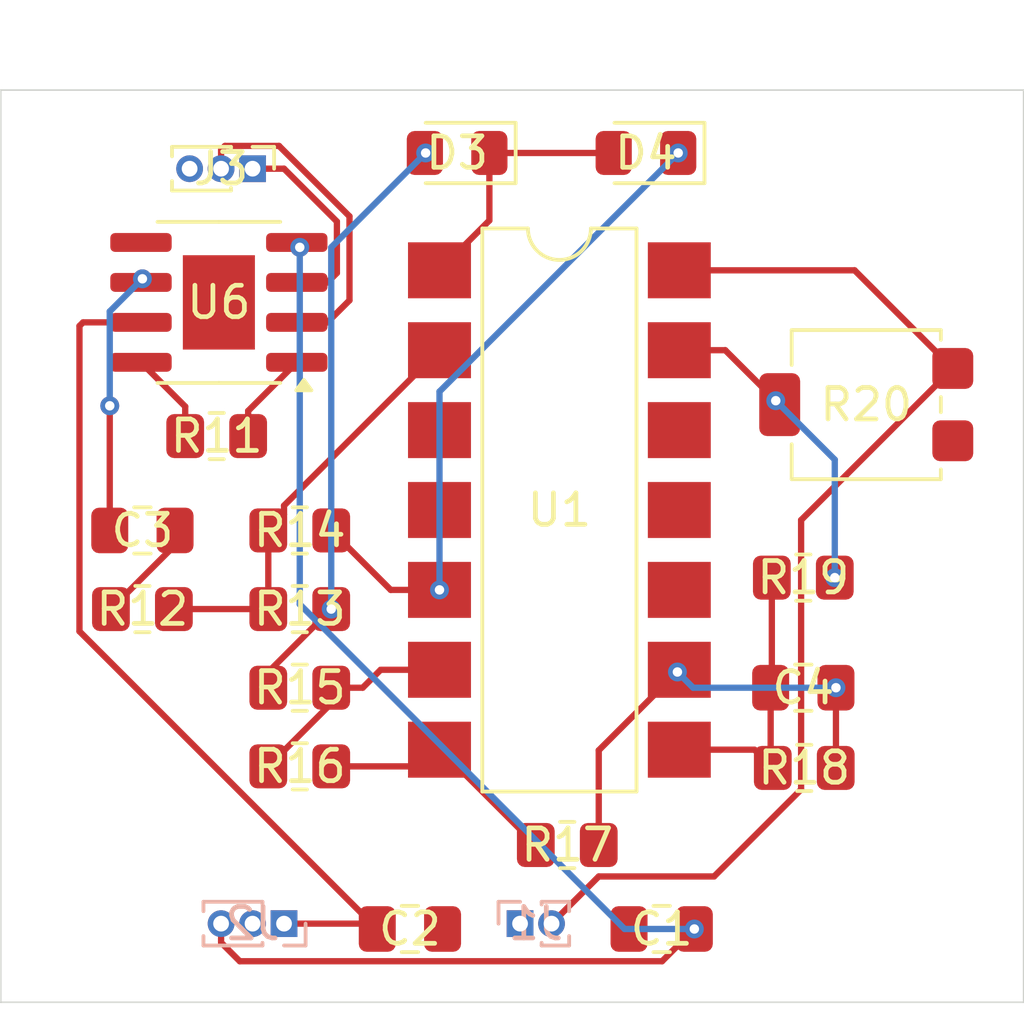
<source format=kicad_pcb>
(kicad_pcb (version 20240108) (generator "pcbnew") (generator_version "8.0")
  (layers (0 "F.Cu" signal) (31 "B.Cu" signal) (34 "B.Paste" user) (35 "F.Paste" user) (36 "B.SilkS" user "B.Silkscreen") (37 "F.SilkS" user "F.Silkscreen") (38 "B.Mask" user) (39 "F.Mask" user) (44 "Edge.Cuts" user))
  (net 0 "")
  (net 1 "-9V")
  (net 2 "GND")
  (net 3 "+9V")
  (net 4 "MEASURE")
  (net 5 "Net-(C3-Pad2)")
  (net 6 "SMOOTH")
  (net 7 "Net-(D3-A)")
  (net 8 "Net-(D3-K)")
  (net 9 "Net-(D4-K)")
  (net 10 "SIGNAL")
  (net 11 "MID")
  (net 12 "END")
  (net 13 "Net-(R11-Pad1)")
  (net 14 "Net-(R11-Pad2)")
  (net 15 "RECTIFY")
  (net 16 "Net-(U1C--)")
  (net 17 "Net-(U1B--)")
  (net 18 "Net-(U1D--)")
  (net 19 "Net-(U1A--)")
  (footprint "Capacitor_SMD:C_0805_2012Metric_Pad1.18x1.45mm_HandSolder" (layer "F.Cu") (at 153 102.67)
    (property "Reference" "C2" (at 0 0 0) (layer "F.SilkS"))
    (property "Value" "T1u")
    (fp_line (start -0.261252 -0.735) (end 0.261252 -0.735) (stroke (width 0.12)) (layer "F.SilkS"))
    (fp_line (start -0.261252 0.735) (end 0.261252 0.735) (stroke (width 0.12)) (layer "F.SilkS"))
    (pad "1" smd roundrect (at -1.0375 0) (size 1.175 1.45) (layers "F.Cu" "F.Paste" "F.Mask") (roundrect_rratio 0.212766) (net 3 "+9V"))
    (pad "2" smd roundrect (at 1.0375 0) (size 1.175 1.45) (layers "F.Cu" "F.Paste" "F.Mask") (roundrect_rratio 0.212766) (net 2 "GND"))
  )
  (footprint "Resistor_SMD:R_0805_2012Metric_Pad1.20x1.40mm_HandSolder" (layer "F.Cu") (at 158 100)
    (property "Reference" "R17" (at 0 0 0) (layer "F.SilkS"))
    (property "Value" "80.6k")
    (fp_line (start -0.227064 -0.735) (end 0.227064 -0.735) (stroke (width 0.12)) (layer "F.SilkS"))
    (fp_line (start -0.227064 0.735) (end 0.227064 0.735) (stroke (width 0.12)) (layer "F.SilkS"))
    (pad "1" smd roundrect (at -1 0) (size 1.2 1.4) (layers "F.Cu" "F.Paste" "F.Mask") (roundrect_rratio 0.208333) (net 15 "RECTIFY"))
    (pad "2" smd roundrect (at 1 0) (size 1.2 1.4) (layers "F.Cu" "F.Paste" "F.Mask") (roundrect_rratio 0.208333) (net 16 "Net-(U1C--)"))
  )
  (footprint "Potentiometer_SMD:Potentiometer_Bourns_3314G_Vertical" (layer "F.Cu") (at 167.5 86 -90)
    (property "Reference" "R20" (at 0 0 180) (layer "F.SilkS"))
    (property "Value" "20K")
    (fp_line (start -2.37 2.37) (end -1.26 2.37) (stroke (width 0.12)) (layer "F.SilkS"))
    (fp_line (start 1.26 2.37) (end 2.37 2.37) (stroke (width 0.12)) (layer "F.SilkS"))
    (fp_line (start -2.37 -2.37) (end -2.37 2.37) (stroke (width 0.12)) (layer "F.SilkS"))
    (fp_line (start -2.37 -2.37) (end -2.06 -2.37) (stroke (width 0.12)) (layer "F.SilkS"))
    (fp_line (start -0.24 -2.37) (end 0.24 -2.37) (stroke (width 0.12)) (layer "F.SilkS"))
    (fp_line (start 2.06 -2.37) (end 2.37 -2.37) (stroke (width 0.12)) (layer "F.SilkS"))
    (fp_line (start 2.37 -2.37) (end 2.37 2.37) (stroke (width 0.12)) (layer "F.SilkS"))
    (pad "1" smd roundrect (at -1.15 -2.75 270) (size 1.3 1.3) (layers "F.Cu" "F.Paste" "F.Mask") (roundrect_rratio 0.1923076923) (net 10 "SIGNAL"))
    (pad "2" smd roundrect (at 0 2.75 270) (size 2 1.3) (layers "F.Cu" "F.Paste" "F.Mask") (roundrect_rratio 0.1923076923) (net 18 "Net-(U1D--)"))
    (pad "3" smd roundrect (at 1.15 -2.75 270) (size 1.3 1.3) (layers "F.Cu" "F.Paste" "F.Mask") (roundrect_rratio 0.1923076923))
  )
  (footprint "Resistor_SMD:R_0805_2012Metric_Pad1.20x1.40mm_HandSolder" (layer "F.Cu") (at 144.5 92.5)
    (property "Reference" "R12" (at 0 0 0) (layer "F.SilkS"))
    (property "Value" "150k")
    (fp_line (start -0.227064 -0.735) (end 0.227064 -0.735) (stroke (width 0.12)) (layer "F.SilkS"))
    (fp_line (start -0.227064 0.735) (end 0.227064 0.735) (stroke (width 0.12)) (layer "F.SilkS"))
    (pad "1" smd roundrect (at -1 0) (size 1.2 1.4) (layers "F.Cu" "F.Paste" "F.Mask") (roundrect_rratio 0.208333) (net 5 "Net-(C3-Pad2)"))
    (pad "2" smd roundrect (at 1 0) (size 1.2 1.4) (layers "F.Cu" "F.Paste" "F.Mask") (roundrect_rratio 0.208333) (net 19 "Net-(U1A--)"))
  )
  (footprint "Diode_SMD:D_0805_2012Metric_Pad1.15x1.40mm_HandSolder" (layer "F.Cu") (at 154.5 78 180)
    (property "Reference" "D3" (at 0 0 360) (layer "F.SilkS"))
    (property "Value" "1N4148")
    (fp_line (start 1 -0.96) (end -1.86 -0.96) (stroke (width 0.12)) (layer "F.SilkS"))
    (fp_line (start -1.86 0.96) (end 1 0.96) (stroke (width 0.12)) (layer "F.SilkS"))
    (fp_line (start -1.86 -0.96) (end -1.86 0.96) (stroke (width 0.12)) (layer "F.SilkS"))
    (pad "1" smd roundrect (at -1.025 0 180) (size 1.15 1.4) (layers "F.Cu" "F.Paste" "F.Mask") (roundrect_rratio 0.217391) (net 8 "Net-(D3-K)"))
    (pad "2" smd roundrect (at 1.025 0 180) (size 1.15 1.4) (layers "F.Cu" "F.Paste" "F.Mask") (roundrect_rratio 0.217391) (net 7 "Net-(D3-A)"))
  )
  (footprint "Resistor_SMD:R_0805_2012Metric_Pad1.20x1.40mm_HandSolder" (layer "F.Cu") (at 149.5 90)
    (property "Reference" "R14" (at 0 0 0) (layer "F.SilkS"))
    (property "Value" "150k")
    (fp_line (start -0.227064 -0.735) (end 0.227064 -0.735) (stroke (width 0.12)) (layer "F.SilkS"))
    (fp_line (start -0.227064 0.735) (end 0.227064 0.735) (stroke (width 0.12)) (layer "F.SilkS"))
    (pad "1" smd roundrect (at -1 0) (size 1.2 1.4) (layers "F.Cu" "F.Paste" "F.Mask") (roundrect_rratio 0.208333) (net 19 "Net-(U1A--)"))
    (pad "2" smd roundrect (at 1 0) (size 1.2 1.4) (layers "F.Cu" "F.Paste" "F.Mask") (roundrect_rratio 0.208333) (net 9 "Net-(D4-K)"))
  )
  (footprint "Resistor_SMD:R_0805_2012Metric_Pad1.20x1.40mm_HandSolder" (layer "F.Cu") (at 165.53 97.55 180)
    (property "Reference" "R18" (at 0 0 360) (layer "F.SilkS"))
    (property "Value" "80.6k")
    (fp_line (start -0.227064 0.735) (end 0.227064 0.735) (stroke (width 0.12)) (layer "F.SilkS"))
    (fp_line (start -0.227064 -0.735) (end 0.227064 -0.735) (stroke (width 0.12)) (layer "F.SilkS"))
    (pad "1" smd roundrect (at -1 0 180) (size 1.2 1.4) (layers "F.Cu" "F.Paste" "F.Mask") (roundrect_rratio 0.208333) (net 16 "Net-(U1C--)"))
    (pad "2" smd roundrect (at 1 0 180) (size 1.2 1.4) (layers "F.Cu" "F.Paste" "F.Mask") (roundrect_rratio 0.208333) (net 6 "SMOOTH"))
  )
  (footprint "Capacitor_SMD:C_0805_2012Metric_Pad1.18x1.45mm_HandSolder" (layer "F.Cu") (at 161 102.67)
    (property "Reference" "C1" (at 0 0 0) (layer "F.SilkS"))
    (property "Value" "T1u")
    (fp_line (start -0.261252 -0.735) (end 0.261252 -0.735) (stroke (width 0.12)) (layer "F.SilkS"))
    (fp_line (start -0.261252 0.735) (end 0.261252 0.735) (stroke (width 0.12)) (layer "F.SilkS"))
    (pad "1" smd roundrect (at -1.0375 0) (size 1.175 1.45) (layers "F.Cu" "F.Paste" "F.Mask") (roundrect_rratio 0.212766) (net 2 "GND"))
    (pad "2" smd roundrect (at 1.0375 0) (size 1.175 1.45) (layers "F.Cu" "F.Paste" "F.Mask") (roundrect_rratio 0.212766) (net 1 "-9V"))
  )
  (footprint "Connector_PinHeader_1.00mm:PinHeader_1x03_P1.00mm_Vertical" (layer "F.Cu") (at 148 78.5 -90)
    (property "Reference" "J3" (at 0 1 180) (layer "F.SilkS"))
    (property "Value" "SENSORCABLE")
    (fp_line (start -0.695 2.56) (end -0.394493 2.56) (stroke (width 0.12)) (layer "F.SilkS"))
    (fp_line (start 0.394493 2.56) (end 0.695 2.56) (stroke (width 0.12)) (layer "F.SilkS"))
    (fp_line (start -0.695 0.685) (end -0.695 2.56) (stroke (width 0.12)) (layer "F.SilkS"))
    (fp_line (start -0.695 0.685) (end -0.608276 0.685) (stroke (width 0.12)) (layer "F.SilkS"))
    (fp_line (start 0.608276 0.685) (end 0.695 0.685) (stroke (width 0.12)) (layer "F.SilkS"))
    (fp_line (start 0.695 0.685) (end 0.695 2.56) (stroke (width 0.12)) (layer "F.SilkS"))
    (fp_line (start -0.695 0) (end -0.695 -0.685) (stroke (width 0.12)) (layer "F.SilkS"))
    (fp_line (start -0.695 -0.685) (end 0 -0.685) (stroke (width 0.12)) (layer "F.SilkS"))
    (pad "1" thru_hole rect (at 0 0 270) (size 0.85 0.85) (drill 0.5) (layers "*.Cu" "*.Mask") (net 11 "MID"))
    (pad "2" thru_hole oval (at 0 1 270) (size 0.85 0.85) (drill 0.5) (layers "*.Cu" "*.Mask") (net 12 "END"))
    (pad "3" thru_hole oval (at 0 2 270) (size 0.85 0.85) (drill 0.5) (layers "*.Cu" "*.Mask") (net 2 "GND"))
  )
  (footprint "Diode_SMD:D_0805_2012Metric_Pad1.15x1.40mm_HandSolder" (layer "F.Cu") (at 160.5 78 180)
    (property "Reference" "D4" (at 0 0 360) (layer "F.SilkS"))
    (property "Value" "1N4148")
    (fp_line (start 1 -0.96) (end -1.86 -0.96) (stroke (width 0.12)) (layer "F.SilkS"))
    (fp_line (start -1.86 0.96) (end 1 0.96) (stroke (width 0.12)) (layer "F.SilkS"))
    (fp_line (start -1.86 -0.96) (end -1.86 0.96) (stroke (width 0.12)) (layer "F.SilkS"))
    (pad "1" smd roundrect (at -1.025 0 180) (size 1.15 1.4) (layers "F.Cu" "F.Paste" "F.Mask") (roundrect_rratio 0.217391) (net 9 "Net-(D4-K)"))
    (pad "2" smd roundrect (at 1.025 0 180) (size 1.15 1.4) (layers "F.Cu" "F.Paste" "F.Mask") (roundrect_rratio 0.217391) (net 8 "Net-(D3-K)"))
  )
  (footprint "Package_SO:SOIC-8-1EP_3.9x4.9mm_P1.27mm_EP2.29x3mm" (layer "F.Cu") (at 146.93 82.75 180)
    (property "Reference" "U6" (at 0 0 360) (layer "F.SilkS"))
    (property "Value" "INA128")
    (fp_line (start 0 2.56) (end 1.95 2.56) (stroke (width 0.12)) (layer "F.SilkS"))
    (fp_line (start 0 2.56) (end -1.95 2.56) (stroke (width 0.12)) (layer "F.SilkS"))
    (fp_line (start 0 -2.56) (end 1.95 -2.56) (stroke (width 0.12)) (layer "F.SilkS"))
    (fp_line (start 0 -2.56) (end -1.95 -2.56) (stroke (width 0.12)) (layer "F.SilkS"))
    (fp_poly (pts (xy -2.7 -2.465) (xy -2.94 -2.795) (xy -2.46 -2.795) (xy -2.7 -2.465)) (stroke (width 0.12)) (fill solid) (layer "F.SilkS"))
    (pad "1" smd roundrect (at -2.475 -1.905 180) (size 1.95 0.6) (layers "F.Cu" "F.Paste" "F.Mask") (net 13 "Net-(R11-Pad1)"))
    (pad "2" smd roundrect (at -2.475 -0.635 180) (size 1.95 0.6) (layers "F.Cu" "F.Paste" "F.Mask") (net 12 "END"))
    (pad "3" smd roundrect (at -2.475 0.635 180) (size 1.95 0.6) (layers "F.Cu" "F.Paste" "F.Mask") (net 11 "MID"))
    (pad "4" smd roundrect (at -2.475 1.905 180) (size 1.95 0.6) (layers "F.Cu" "F.Paste" "F.Mask") (net 1 "-9V"))
    (pad "5" smd roundrect (at 2.475 1.905 180) (size 1.95 0.6) (layers "F.Cu" "F.Paste" "F.Mask") (net 2 "GND"))
    (pad "6" smd roundrect (at 2.475 0.635 180) (size 1.95 0.6) (layers "F.Cu" "F.Paste" "F.Mask") (net 4 "MEASURE"))
    (pad "7" smd roundrect (at 2.475 -0.635 180) (size 1.95 0.6) (layers "F.Cu" "F.Paste" "F.Mask") (net 3 "+9V"))
    (pad "8" smd roundrect (at 2.475 -1.905 180) (size 1.95 0.6) (layers "F.Cu" "F.Paste" "F.Mask") (net 14 "Net-(R11-Pad2)"))
    (pad "9" smd rect (at 0 0 180) (size 2.29 3) (property pad_prop_heatsink) (layers "F.Cu" "F.Mask"))
  )
  (footprint "Resistor_SMD:R_0805_2012Metric_Pad1.20x1.40mm_HandSolder" (layer "F.Cu") (at 149.5 92.5)
    (property "Reference" "R13" (at 0 0 0) (layer "F.SilkS"))
    (property "Value" "150k")
    (fp_line (start -0.227064 -0.735) (end 0.227064 -0.735) (stroke (width 0.12)) (layer "F.SilkS"))
    (fp_line (start -0.227064 0.735) (end 0.227064 0.735) (stroke (width 0.12)) (layer "F.SilkS"))
    (pad "1" smd roundrect (at -1 0) (size 1.2 1.4) (layers "F.Cu" "F.Paste" "F.Mask") (roundrect_rratio 0.208333) (net 19 "Net-(U1A--)"))
    (pad "2" smd roundrect (at 1 0) (size 1.2 1.4) (layers "F.Cu" "F.Paste" "F.Mask") (roundrect_rratio 0.208333) (net 7 "Net-(D3-A)"))
  )
  (footprint "Capacitor_SMD:C_0805_2012Metric_Pad1.18x1.45mm_HandSolder" (layer "F.Cu") (at 144.5 90)
    (property "Reference" "C3" (at 0 0 360) (layer "F.SilkS"))
    (property "Value" "0.01u")
    (fp_line (start -0.261252 -0.735) (end 0.261252 -0.735) (stroke (width 0.12)) (layer "F.SilkS"))
    (fp_line (start -0.261252 0.735) (end 0.261252 0.735) (stroke (width 0.12)) (layer "F.SilkS"))
    (pad "1" smd roundrect (at -1.0375 0) (size 1.175 1.45) (layers "F.Cu" "F.Paste" "F.Mask") (roundrect_rratio 0.212766) (net 4 "MEASURE"))
    (pad "2" smd roundrect (at 1.0375 0) (size 1.175 1.45) (layers "F.Cu" "F.Paste" "F.Mask") (roundrect_rratio 0.212766) (net 5 "Net-(C3-Pad2)"))
  )
  (footprint "Resistor_SMD:R_0805_2012Metric_Pad1.20x1.40mm_HandSolder" (layer "F.Cu") (at 149.5 95)
    (property "Reference" "R15" (at 0 0 0) (layer "F.SilkS"))
    (property "Value" "150k")
    (fp_line (start -0.227064 -0.735) (end 0.227064 -0.735) (stroke (width 0.12)) (layer "F.SilkS"))
    (fp_line (start -0.227064 0.735) (end 0.227064 0.735) (stroke (width 0.12)) (layer "F.SilkS"))
    (pad "1" smd roundrect (at -1 0) (size 1.2 1.4) (layers "F.Cu" "F.Paste" "F.Mask") (roundrect_rratio 0.208333) (net 7 "Net-(D3-A)"))
    (pad "2" smd roundrect (at 1 0) (size 1.2 1.4) (layers "F.Cu" "F.Paste" "F.Mask") (roundrect_rratio 0.208333) (net 17 "Net-(U1B--)"))
  )
  (footprint "Resistor_SMD:R_0805_2012Metric_Pad1.20x1.40mm_HandSolder" (layer "F.Cu") (at 146.86 87 180)
    (property "Reference" "R11" (at 0 0 360) (layer "F.SilkS"))
    (property "Value" "240")
    (fp_line (start -0.227064 0.735) (end 0.227064 0.735) (stroke (width 0.12)) (layer "F.SilkS"))
    (fp_line (start -0.227064 -0.735) (end 0.227064 -0.735) (stroke (width 0.12)) (layer "F.SilkS"))
    (pad "1" smd roundrect (at -1 0 180) (size 1.2 1.4) (layers "F.Cu" "F.Paste" "F.Mask") (roundrect_rratio 0.208333) (net 13 "Net-(R11-Pad1)"))
    (pad "2" smd roundrect (at 1 0 180) (size 1.2 1.4) (layers "F.Cu" "F.Paste" "F.Mask") (roundrect_rratio 0.208333) (net 14 "Net-(R11-Pad2)"))
  )
  (footprint "Package_DIP:SMDIP-14_W7.62mm" (layer "F.Cu") (at 157.75 89.35)
    (property "Reference" "U1" (at 0 0 360) (layer "F.SilkS"))
    (property "Value" "TL074")
    (fp_line (start -2.45 -8.95) (end -2.45 8.95) (stroke (width 0.12)) (layer "F.SilkS"))
    (fp_line (start -2.45 8.95) (end 2.45 8.95) (stroke (width 0.12)) (layer "F.SilkS"))
    (fp_line (start -1 -8.95) (end -2.45 -8.95) (stroke (width 0.12)) (layer "F.SilkS"))
    (fp_line (start 2.45 -8.95) (end 1 -8.95) (stroke (width 0.12)) (layer "F.SilkS"))
    (fp_line (start 2.45 8.95) (end 2.45 -8.95) (stroke (width 0.12)) (layer "F.SilkS"))
    (fp_arc (start 1 -8.95) (mid 0 -7.95) (end -1 -8.95) (stroke (width 0.12)) (layer "F.SilkS"))
    (pad "1" smd rect (at -3.81 -7.62) (size 2 1.78) (layers "F.Cu" "F.Paste" "F.Mask") (net 8 "Net-(D3-K)"))
    (pad "2" smd rect (at -3.81 -5.08) (size 2 1.78) (layers "F.Cu" "F.Paste" "F.Mask") (net 19 "Net-(U1A--)"))
    (pad "3" smd rect (at -3.81 -2.54) (size 2 1.78) (layers "F.Cu" "F.Paste" "F.Mask") (net 2 "GND"))
    (pad "4" smd rect (at -3.81 0) (size 2 1.78) (layers "F.Cu" "F.Paste" "F.Mask"))
    (pad "5" smd rect (at -3.81 2.54) (size 2 1.78) (layers "F.Cu" "F.Paste" "F.Mask") (net 9 "Net-(D4-K)"))
    (pad "6" smd rect (at -3.81 5.08) (size 2 1.78) (layers "F.Cu" "F.Paste" "F.Mask") (net 17 "Net-(U1B--)"))
    (pad "7" smd rect (at -3.81 7.62) (size 2 1.78) (layers "F.Cu" "F.Paste" "F.Mask") (net 15 "RECTIFY"))
    (pad "8" smd rect (at 3.81 7.62) (size 2 1.78) (layers "F.Cu" "F.Paste" "F.Mask") (net 6 "SMOOTH"))
    (pad "9" smd rect (at 3.81 5.08) (size 2 1.78) (layers "F.Cu" "F.Paste" "F.Mask") (net 16 "Net-(U1C--)"))
    (pad "10" smd rect (at 3.81 2.54) (size 2 1.78) (layers "F.Cu" "F.Paste" "F.Mask") (net 2 "GND"))
    (pad "11" smd rect (at 3.81 0) (size 2 1.78) (layers "F.Cu" "F.Paste" "F.Mask"))
    (pad "12" smd rect (at 3.81 -2.54) (size 2 1.78) (layers "F.Cu" "F.Paste" "F.Mask") (net 2 "GND"))
    (pad "13" smd rect (at 3.81 -5.08) (size 2 1.78) (layers "F.Cu" "F.Paste" "F.Mask") (net 18 "Net-(U1D--)"))
    (pad "14" smd rect (at 3.81 -7.62) (size 2 1.78) (layers "F.Cu" "F.Paste" "F.Mask") (net 10 "SIGNAL"))
  )
  (footprint "Resistor_SMD:R_0805_2012Metric_Pad1.20x1.40mm_HandSolder" (layer "F.Cu") (at 165.5 91.5)
    (property "Reference" "R19" (at 0 0 0) (layer "F.SilkS"))
    (property "Value" "1K")
    (fp_line (start -0.227064 -0.735) (end 0.227064 -0.735) (stroke (width 0.12)) (layer "F.SilkS"))
    (fp_line (start -0.227064 0.735) (end 0.227064 0.735) (stroke (width 0.12)) (layer "F.SilkS"))
    (pad "1" smd roundrect (at -1 0) (size 1.2 1.4) (layers "F.Cu" "F.Paste" "F.Mask") (roundrect_rratio 0.208333) (net 6 "SMOOTH"))
    (pad "2" smd roundrect (at 1 0) (size 1.2 1.4) (layers "F.Cu" "F.Paste" "F.Mask") (roundrect_rratio 0.208333) (net 18 "Net-(U1D--)"))
  )
  (footprint "Resistor_SMD:R_0805_2012Metric_Pad1.20x1.40mm_HandSolder" (layer "F.Cu") (at 149.5 97.5)
    (property "Reference" "R16" (at 0 0 0) (layer "F.SilkS"))
    (property "Value" "150k")
    (fp_line (start -0.227064 -0.735) (end 0.227064 -0.735) (stroke (width 0.12)) (layer "F.SilkS"))
    (fp_line (start -0.227064 0.735) (end 0.227064 0.735) (stroke (width 0.12)) (layer "F.SilkS"))
    (pad "1" smd roundrect (at -1 0) (size 1.2 1.4) (layers "F.Cu" "F.Paste" "F.Mask") (roundrect_rratio 0.208333) (net 17 "Net-(U1B--)"))
    (pad "2" smd roundrect (at 1 0) (size 1.2 1.4) (layers "F.Cu" "F.Paste" "F.Mask") (roundrect_rratio 0.208333) (net 15 "RECTIFY"))
  )
  (footprint "Capacitor_SMD:C_0805_2012Metric_Pad1.18x1.45mm_HandSolder" (layer "F.Cu") (at 165.5 95 180)
    (property "Reference" "C4" (at 0 0 360) (layer "F.SilkS"))
    (property "Value" "1uF")
    (fp_line (start -0.261252 0.735) (end 0.261252 0.735) (stroke (width 0.12)) (layer "F.SilkS"))
    (fp_line (start -0.261252 -0.735) (end 0.261252 -0.735) (stroke (width 0.12)) (layer "F.SilkS"))
    (pad "1" smd roundrect (at -1.0375 0 180) (size 1.175 1.45) (layers "F.Cu" "F.Paste" "F.Mask") (roundrect_rratio 0.212766) (net 16 "Net-(U1C--)"))
    (pad "2" smd roundrect (at 1.0375 0 180) (size 1.175 1.45) (layers "F.Cu" "F.Paste" "F.Mask") (roundrect_rratio 0.212766) (net 6 "SMOOTH"))
  )
  (footprint "Connector_PinHeader_1.00mm:PinHeader_1x02_P1.00mm_Vertical" (layer "B.Cu") (at 156.5 102.5 -90)
    (property "Reference" "J1" (at 0 -0.5 0) (layer "B.SilkS") (effects (justify mirror)))
    (property "Value" "OUTPUT")
    (fp_line (start -0.695 0.685) (end -0.695 0) (stroke (width 0.12)) (layer "B.SilkS"))
    (fp_line (start 0 0.685) (end -0.695 0.685) (stroke (width 0.12)) (layer "B.SilkS"))
    (fp_line (start -0.608276 -0.685) (end -0.695 -0.685) (stroke (width 0.12)) (layer "B.SilkS"))
    (fp_line (start 0.695 -0.685) (end 0.608276 -0.685) (stroke (width 0.12)) (layer "B.SilkS"))
    (fp_line (start -0.695 -1.56) (end -0.695 -0.685) (stroke (width 0.12)) (layer "B.SilkS"))
    (fp_line (start -0.394493 -1.56) (end -0.695 -1.56) (stroke (width 0.12)) (layer "B.SilkS"))
    (fp_line (start 0.695 -1.56) (end 0.695 -0.685) (stroke (width 0.12)) (layer "B.SilkS"))
    (fp_line (start 0.695 -1.56) (end 0.394493 -1.56) (stroke (width 0.12)) (layer "B.SilkS"))
    (pad "1" thru_hole rect (at 0 0 270) (size 0.85 0.85) (drill 0.5) (layers "*.Cu" "*.Mask") (net 2 "GND"))
    (pad "2" thru_hole oval (at 0 -1 270) (size 0.85 0.85) (drill 0.5) (layers "*.Cu" "*.Mask") (net 10 "SIGNAL"))
  )
  (footprint "Connector_PinHeader_1.00mm:PinHeader_1x03_P1.00mm_Vertical" (layer "B.Cu") (at 149 102.5 90)
    (property "Reference" "J2" (at 0 -1 0) (layer "B.SilkS") (effects (justify mirror)))
    (property "Value" "POWER")
    (fp_line (start 0.695 -2.56) (end 0.394493 -2.56) (stroke (width 0.12)) (layer "B.SilkS"))
    (fp_line (start 0.695 -2.56) (end 0.695 -0.685) (stroke (width 0.12)) (layer "B.SilkS"))
    (fp_line (start -0.394493 -2.56) (end -0.695 -2.56) (stroke (width 0.12)) (layer "B.SilkS"))
    (fp_line (start -0.695 -2.56) (end -0.695 -0.685) (stroke (width 0.12)) (layer "B.SilkS"))
    (fp_line (start 0.695 -0.685) (end 0.608276 -0.685) (stroke (width 0.12)) (layer "B.SilkS"))
    (fp_line (start -0.608276 -0.685) (end -0.695 -0.685) (stroke (width 0.12)) (layer "B.SilkS"))
    (fp_line (start 0 0.685) (end -0.695 0.685) (stroke (width 0.12)) (layer "B.SilkS"))
    (fp_line (start -0.695 0.685) (end -0.695 0) (stroke (width 0.12)) (layer "B.SilkS"))
    (pad "1" thru_hole rect (at 0 0 90) (size 0.85 0.85) (drill 0.5) (layers "*.Cu" "*.Mask") (net 3 "+9V"))
    (pad "2" thru_hole oval (at 0 -1 90) (size 0.85 0.85) (drill 0.5) (layers "*.Cu" "*.Mask") (net 2 "GND"))
    (pad "3" thru_hole oval (at 0 -2 90) (size 0.85 0.85) (drill 0.5) (layers "*.Cu" "*.Mask") (net 1 "-9V"))
  )
  (gr_line (start 172.5 76) (end 140 76) (stroke (width 0.05)) (layer "Edge.Cuts"))
  (gr_line (start 140 105) (end 172.5 105) (stroke (width 0.05)) (layer "Edge.Cuts"))
  (gr_line (start 140 76) (end 140 105) (stroke (width 0.05)) (layer "Edge.Cuts"))
  (gr_line (start 172.5 105) (end 172.5 76) (stroke (width 0.05)) (layer "Edge.Cuts"))
  (segment (start 147.59396 103.695) (end 161.0125 103.695) (width 0.2) (layer "F.Cu") (net 1))
  (segment (start 147 102.5) (end 147 103.10104) (width 0.2) (layer "F.Cu") (net 1))
  (segment (start 161.0125 103.695) (end 162.0375 102.67) (width 0.2) (layer "F.Cu") (net 1))
  (segment (start 147 103.10104) (end 147.59396 103.695) (width 0.2) (layer "F.Cu") (net 1))
  (via (at 162.0375 102.67) (size 0.6) (drill 0.3) (layers "F.Cu" "B.Cu") (net 1))
  (via (at 149.5 81) (size 0.6) (drill 0.3) (layers "F.Cu" "B.Cu") (net 1))
  (segment (start 162.0375 102.67) (end 159.821471 102.67) (width 0.2) (layer "B.Cu") (net 1))
  (segment (start 149.5 92.348529) (end 149.5 81) (width 0.2) (layer "B.Cu") (net 1))
  (segment (start 159.821471 102.67) (end 149.5 92.348529) (width 0.2) (layer "B.Cu") (net 1))
  (segment (start 142.615 83.385) (end 144.455 83.385) (width 0.2) (layer "F.Cu") (net 3))
  (segment (start 151.9625 102.67) (end 142.5 93.2075) (width 0.2) (layer "F.Cu") (net 3))
  (segment (start 142.5 93.2075) (end 142.5 83.5) (width 0.2) (layer "F.Cu") (net 3))
  (segment (start 149 102.5) (end 151.7925 102.5) (width 0.2) (layer "F.Cu") (net 3))
  (segment (start 142.5 83.5) (end 142.615 83.385) (width 0.2) (layer "F.Cu") (net 3))
  (segment (start 151.7925 102.5) (end 151.9625 102.67) (width 0.2) (layer "F.Cu") (net 3))
  (segment (start 143.4625 90) (end 143.4625 86.0375) (width 0.2) (layer "F.Cu") (net 4))
  (segment (start 143.4625 90) (end 143.18 89.7175) (width 0.2) (layer "F.Cu") (net 4))
  (segment (start 143.5 86) (end 143.4625 86.0375) (width 0.2) (layer "F.Cu") (net 4))
  (via (at 144.5 82) (size 0.6) (drill 0.3) (layers "F.Cu" "B.Cu") (net 4))
  (via (at 143.4625 86.0375) (size 0.6) (drill 0.3) (layers "F.Cu" "B.Cu") (net 4))
  (segment (start 143.4625 83.0375) (end 144.5 82) (width 0.2) (layer "B.Cu") (net 4))
  (segment (start 143.4625 86.0375) (end 143.4625 83.0375) (width 0.2) (layer "B.Cu") (net 4))
  (segment (start 145.5375 90.4625) (end 145.5375 90) (width 0.2) (layer "F.Cu") (net 5))
  (segment (start 143.5 92.5) (end 145.5375 90.4625) (width 0.2) (layer "F.Cu") (net 5))
  (segment (start 164.5 94.9625) (end 164.4625 95) (width 0.2) (layer "F.Cu") (net 6))
  (segment (start 164.4625 95) (end 164.4625 97.4825) (width 0.2) (layer "F.Cu") (net 6))
  (segment (start 164.5 91.5) (end 164.5 94.9625) (width 0.2) (layer "F.Cu") (net 6))
  (segment (start 161.56 96.97) (end 163.95 96.97) (width 0.2) (layer "F.Cu") (net 6))
  (segment (start 163.95 96.97) (end 164.53 97.55) (width 0.2) (layer "F.Cu") (net 6))
  (segment (start 164.4625 97.4825) (end 164.53 97.55) (width 0.2) (layer "F.Cu") (net 6))
  (segment (start 148.5 94.5) (end 150.5 92.5) (width 0.2) (layer "F.Cu") (net 7))
  (segment (start 148.5 95) (end 148.5 94.5) (width 0.2) (layer "F.Cu") (net 7))
  (via (at 150.5 92.5) (size 0.6) (drill 0.3) (layers "F.Cu" "B.Cu") (net 7))
  (via (at 153.5 78) (size 0.6) (drill 0.3) (layers "F.Cu" "B.Cu") (net 7))
  (segment (start 150.5 81) (end 153.5 78) (width 0.2) (layer "B.Cu") (net 7))
  (segment (start 150.5 92.5) (end 150.5 81) (width 0.2) (layer "B.Cu") (net 7))
  (segment (start 155.525 80.145) (end 153.94 81.73) (width 0.2) (layer "F.Cu") (net 8))
  (segment (start 155.525 78) (end 155.525 80.145) (width 0.2) (layer "F.Cu") (net 8))
  (segment (start 155.525 78) (end 159.475 78) (width 0.2) (layer "F.Cu") (net 8))
  (segment (start 153.94 91.89) (end 152.39 91.89) (width 0.2) (layer "F.Cu") (net 9))
  (segment (start 152.39 91.89) (end 150.5 90) (width 0.2) (layer "F.Cu") (net 9))
  (via (at 161.525 78) (size 0.6) (drill 0.3) (layers "F.Cu" "B.Cu") (net 9))
  (via (at 153.94 91.89) (size 0.6) (drill 0.3) (layers "F.Cu" "B.Cu") (net 9))
  (segment (start 153.94 85.585) (end 161.525 78) (width 0.2) (layer "B.Cu") (net 9))
  (segment (start 153.94 91.89) (end 153.94 85.585) (width 0.2) (layer "B.Cu") (net 9))
  (segment (start 170.25 84.85) (end 165.43 89.67) (width 0.2) (layer "F.Cu") (net 10))
  (segment (start 165.43 89.67) (end 165.43 98.234744) (width 0.2) (layer "F.Cu") (net 10))
  (segment (start 165.43 98.234744) (end 162.664744 101) (width 0.2) (layer "F.Cu") (net 10))
  (segment (start 167.13 81.73) (end 170.25 84.85) (width 0.2) (layer "F.Cu") (net 10))
  (segment (start 162.664744 101) (end 159 101) (width 0.2) (layer "F.Cu") (net 10))
  (segment (start 159 101) (end 157.5 102.5) (width 0.2) (layer "F.Cu") (net 10))
  (segment (start 161.56 81.73) (end 167.13 81.73) (width 0.2) (layer "F.Cu") (net 10))
  (segment (start 150.379999 82.115) (end 150.68 81.814999) (width 0.2) (layer "F.Cu") (net 11))
  (segment (start 150.68 80.18) (end 149 78.5) (width 0.2) (layer "F.Cu") (net 11))
  (segment (start 149.405 82.115) (end 150.379999 82.115) (width 0.2) (layer "F.Cu") (net 11))
  (segment (start 150.68 81.814999) (end 150.68 80.18) (width 0.2) (layer "F.Cu") (net 11))
  (segment (start 149 78.5) (end 148 78.5) (width 0.2) (layer "F.Cu") (net 11))
  (segment (start 147 78.5) (end 147 77.89896) (width 0.2) (layer "F.Cu") (net 12))
  (segment (start 147.12396 77.775) (end 148.840686 77.775) (width 0.2) (layer "F.Cu") (net 12))
  (segment (start 147 77.89896) (end 147.12396 77.775) (width 0.2) (layer "F.Cu") (net 12))
  (segment (start 151.08 80.014314) (end 151.08 82.684999) (width 0.2) (layer "F.Cu") (net 12))
  (segment (start 150.379999 83.385) (end 149.405 83.385) (width 0.2) (layer "F.Cu") (net 12))
  (segment (start 148.840686 77.775) (end 151.08 80.014314) (width 0.2) (layer "F.Cu") (net 12))
  (segment (start 151.08 82.684999) (end 150.379999 83.385) (width 0.2) (layer "F.Cu") (net 12))
  (segment (start 147.86 87) (end 147.86 86.2) (width 0.2) (layer "F.Cu") (net 13))
  (segment (start 147.86 86.2) (end 149.405 84.655) (width 0.2) (layer "F.Cu") (net 13))
  (segment (start 145.86 87) (end 145.86 86.06) (width 0.2) (layer "F.Cu") (net 14))
  (segment (start 145.86 86.06) (end 144.455 84.655) (width 0.2) (layer "F.Cu") (net 14))
  (segment (start 153.97 96.97) (end 157 100) (width 0.2) (layer "F.Cu") (net 15))
  (segment (start 150.5 97.5) (end 153.41 97.5) (width 0.2) (layer "F.Cu") (net 15))
  (segment (start 153.41 97.5) (end 153.94 96.97) (width 0.2) (layer "F.Cu") (net 15))
  (segment (start 153.94 96.97) (end 153.97 96.97) (width 0.2) (layer "F.Cu") (net 15))
  (segment (start 159 100) (end 159 96.99) (width 0.2) (layer "F.Cu") (net 16))
  (segment (start 166.5375 97.5425) (end 166.53 97.55) (width 0.2) (layer "F.Cu") (net 16))
  (segment (start 159 96.99) (end 161.56 94.43) (width 0.2) (layer "F.Cu") (net 16))
  (segment (start 166.5375 95) (end 166.5375 97.5425) (width 0.2) (layer "F.Cu") (net 16))
  (via (at 161.5 94.5) (size 0.6) (drill 0.3) (layers "F.Cu" "B.Cu") (net 16))
  (via (at 166.5375 95) (size 0.6) (drill 0.3) (layers "F.Cu" "B.Cu") (net 16))
  (segment (start 162 95) (end 161.5 94.5) (width 0.2) (layer "B.Cu") (net 16))
  (segment (start 166.5375 95) (end 162 95) (width 0.2) (layer "B.Cu") (net 16))
  (segment (start 150.5 95) (end 151.5 95) (width 0.2) (layer "F.Cu") (net 17))
  (segment (start 150.5 95.5) (end 150.5 95) (width 0.2) (layer "F.Cu") (net 17))
  (segment (start 152.07 94.43) (end 153.94 94.43) (width 0.2) (layer "F.Cu") (net 17))
  (segment (start 148.5 97.5) (end 150.5 95.5) (width 0.2) (layer "F.Cu") (net 17))
  (segment (start 151.5 95) (end 152.07 94.43) (width 0.2) (layer "F.Cu") (net 17))
  (segment (start 163.02 84.27) (end 164.625 85.875) (width 0.2) (layer "F.Cu") (net 18))
  (segment (start 164.625 85.875) (end 164.75 86) (width 0.2) (layer "F.Cu") (net 18))
  (segment (start 161.56 84.27) (end 163.02 84.27) (width 0.2) (layer "F.Cu") (net 18))
  (via (at 166.5 91.5) (size 0.6) (drill 0.3) (layers "F.Cu" "B.Cu") (net 18))
  (via (at 164.625 85.875) (size 0.6) (drill 0.3) (layers "F.Cu" "B.Cu") (net 18))
  (segment (start 164.625 85.875) (end 166.5 87.75) (width 0.2) (layer "B.Cu") (net 18))
  (segment (start 166.5 87.75) (end 166.5 91.5) (width 0.2) (layer "B.Cu") (net 18))
  (segment (start 148.5 90) (end 148.5 92.5) (width 0.2) (layer "F.Cu") (net 19))
  (segment (start 149 89.5) (end 149 89.21) (width 0.2) (layer "F.Cu") (net 19))
  (segment (start 148.5 92.5) (end 145.5 92.5) (width 0.2) (layer "F.Cu") (net 19))
  (segment (start 148.5 90) (end 149 89.5) (width 0.2) (layer "F.Cu") (net 19))
  (segment (start 149 89.21) (end 153.94 84.27) (width 0.2) (layer "F.Cu") (net 19))
)
</source>
